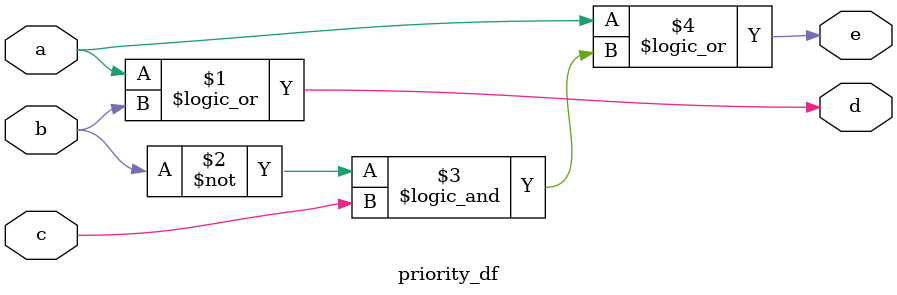
<source format=v>
`timescale 1ns / 1ps
module priority_df ( a, b ,c ,d ,e
    );
input a,b,c;
output d,e;
//wire q1,q2;
assign d = a||b;//a+b
//assign q1=~b;//~b
//assign q2 = q1&&c;//~b.c
assign e = a||((~b)&&c);//a+~b.c

endmodule


</source>
